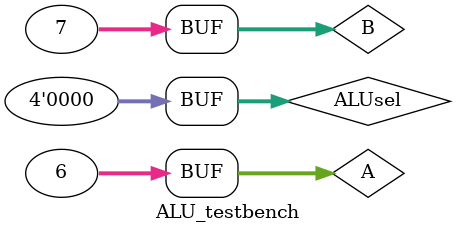
<source format=v>
module ALU_testbench;
    reg [31:0] A, B;
    reg [3:0] ALUsel;
    wire [31:0] D;
    wire Zero, Carry, Overflow;

    // Instantiate the ALU module
    ALU uut (
        .A(A), 
        .B(B), 
        .ALUsel(ALUsel), 
        .D(D), 
        .Zero(Zero), 
        .Carry(Carry), 
        .Overflow(Overflow)
    );

    // Initial block to apply stimulus
    initial begin
        // Initialize inputs
        A = 32'h6; 
        B = 32'h7;
        ALUsel = 4'b0000;  // Test Addition
    end
endmodule

</source>
